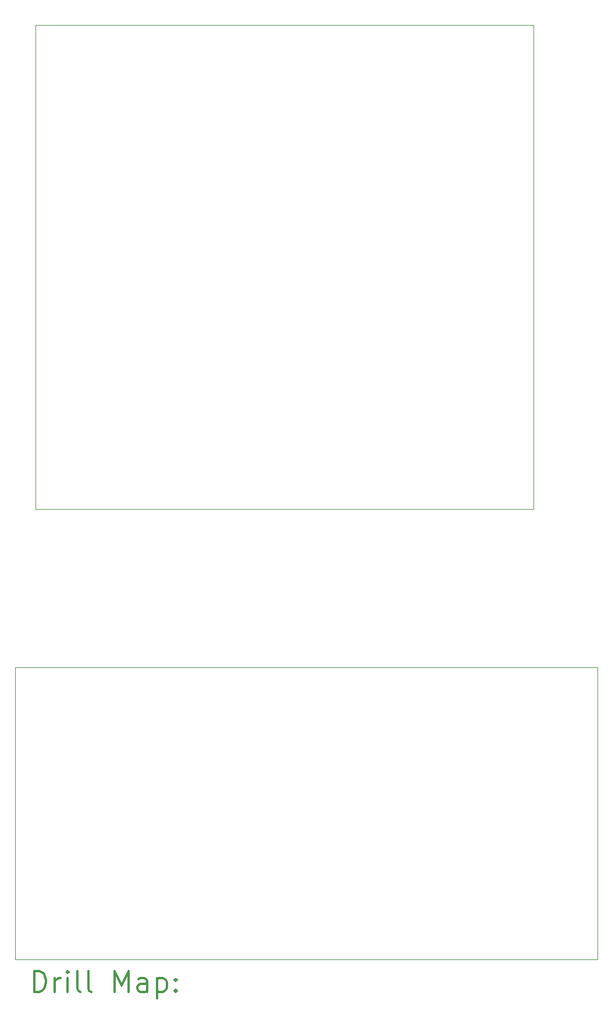
<source format=gbr>
%FSLAX45Y45*%
G04 Gerber Fmt 4.5, Leading zero omitted, Abs format (unit mm)*
G04 Created by KiCad (PCBNEW 5.1.5-1.fc30) date 2021-07-16 22:34:40*
%MOMM*%
%LPD*%
G04 APERTURE LIST*
%TA.AperFunction,Profile*%
%ADD10C,0.100000*%
%TD*%
%ADD11C,0.200000*%
%ADD12C,0.300000*%
G04 APERTURE END LIST*
D10*
X12100000Y-11150000D02*
X12100000Y-15400000D01*
X3625000Y-11150000D02*
X12100000Y-11150000D01*
X3625000Y-15400000D02*
X3625000Y-11150000D01*
X12100000Y-15400000D02*
X3625000Y-15400000D01*
X11175000Y-1800000D02*
X11175000Y-8850000D01*
X3925000Y-1800000D02*
X11175000Y-1800000D01*
X3925000Y-8850000D02*
X3925000Y-1800000D01*
X11175000Y-8850000D02*
X3925000Y-8850000D01*
D11*
D12*
X3906428Y-15870714D02*
X3906428Y-15570714D01*
X3977857Y-15570714D01*
X4020714Y-15585000D01*
X4049286Y-15613571D01*
X4063571Y-15642143D01*
X4077857Y-15699286D01*
X4077857Y-15742143D01*
X4063571Y-15799286D01*
X4049286Y-15827857D01*
X4020714Y-15856429D01*
X3977857Y-15870714D01*
X3906428Y-15870714D01*
X4206428Y-15870714D02*
X4206428Y-15670714D01*
X4206428Y-15727857D02*
X4220714Y-15699286D01*
X4235000Y-15685000D01*
X4263571Y-15670714D01*
X4292143Y-15670714D01*
X4392143Y-15870714D02*
X4392143Y-15670714D01*
X4392143Y-15570714D02*
X4377857Y-15585000D01*
X4392143Y-15599286D01*
X4406428Y-15585000D01*
X4392143Y-15570714D01*
X4392143Y-15599286D01*
X4577857Y-15870714D02*
X4549286Y-15856429D01*
X4535000Y-15827857D01*
X4535000Y-15570714D01*
X4735000Y-15870714D02*
X4706428Y-15856429D01*
X4692143Y-15827857D01*
X4692143Y-15570714D01*
X5077857Y-15870714D02*
X5077857Y-15570714D01*
X5177857Y-15785000D01*
X5277857Y-15570714D01*
X5277857Y-15870714D01*
X5549286Y-15870714D02*
X5549286Y-15713571D01*
X5535000Y-15685000D01*
X5506428Y-15670714D01*
X5449286Y-15670714D01*
X5420714Y-15685000D01*
X5549286Y-15856429D02*
X5520714Y-15870714D01*
X5449286Y-15870714D01*
X5420714Y-15856429D01*
X5406428Y-15827857D01*
X5406428Y-15799286D01*
X5420714Y-15770714D01*
X5449286Y-15756429D01*
X5520714Y-15756429D01*
X5549286Y-15742143D01*
X5692143Y-15670714D02*
X5692143Y-15970714D01*
X5692143Y-15685000D02*
X5720714Y-15670714D01*
X5777857Y-15670714D01*
X5806428Y-15685000D01*
X5820714Y-15699286D01*
X5835000Y-15727857D01*
X5835000Y-15813571D01*
X5820714Y-15842143D01*
X5806428Y-15856429D01*
X5777857Y-15870714D01*
X5720714Y-15870714D01*
X5692143Y-15856429D01*
X5963571Y-15842143D02*
X5977857Y-15856429D01*
X5963571Y-15870714D01*
X5949286Y-15856429D01*
X5963571Y-15842143D01*
X5963571Y-15870714D01*
X5963571Y-15685000D02*
X5977857Y-15699286D01*
X5963571Y-15713571D01*
X5949286Y-15699286D01*
X5963571Y-15685000D01*
X5963571Y-15713571D01*
M02*

</source>
